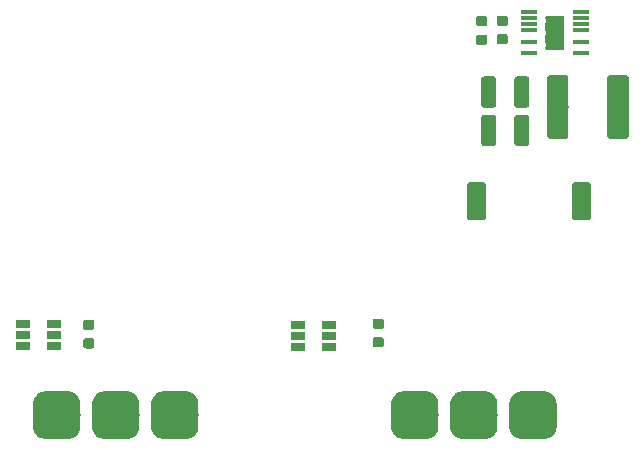
<source format=gbr>
G04 #@! TF.GenerationSoftware,KiCad,Pcbnew,5.1.4*
G04 #@! TF.CreationDate,2019-08-24T18:03:49-04:00*
G04 #@! TF.ProjectId,siot-gateway-particle,73696f74-2d67-4617-9465-7761792d7061,rev?*
G04 #@! TF.SameCoordinates,Original*
G04 #@! TF.FileFunction,Paste,Top*
G04 #@! TF.FilePolarity,Positive*
%FSLAX46Y46*%
G04 Gerber Fmt 4.6, Leading zero omitted, Abs format (unit mm)*
G04 Created by KiCad (PCBNEW 5.1.4) date 2019-08-24 18:03:49*
%MOMM*%
%LPD*%
G04 APERTURE LIST*
%ADD10C,0.100000*%
%ADD11C,4.000000*%
%ADD12R,0.650000X0.250000*%
%ADD13R,0.650000X0.800000*%
%ADD14R,1.650000X2.850000*%
%ADD15R,1.400000X0.300000*%
%ADD16C,1.250000*%
%ADD17C,0.875000*%
%ADD18C,1.600000*%
%ADD19C,1.800000*%
%ADD20R,1.220000X0.650000*%
G04 APERTURE END LIST*
D10*
G36*
X163498017Y-109764815D02*
G01*
X163595090Y-109779215D01*
X163690285Y-109803060D01*
X163782683Y-109836120D01*
X163871397Y-109878079D01*
X163955570Y-109928530D01*
X164034393Y-109986990D01*
X164107107Y-110052893D01*
X164173010Y-110125607D01*
X164231470Y-110204430D01*
X164281921Y-110288603D01*
X164323880Y-110377317D01*
X164356940Y-110469715D01*
X164380785Y-110564910D01*
X164395185Y-110661983D01*
X164400000Y-110760000D01*
X164400000Y-112760000D01*
X164395185Y-112858017D01*
X164380785Y-112955090D01*
X164356940Y-113050285D01*
X164323880Y-113142683D01*
X164281921Y-113231397D01*
X164231470Y-113315570D01*
X164173010Y-113394393D01*
X164107107Y-113467107D01*
X164034393Y-113533010D01*
X163955570Y-113591470D01*
X163871397Y-113641921D01*
X163782683Y-113683880D01*
X163690285Y-113716940D01*
X163595090Y-113740785D01*
X163498017Y-113755185D01*
X163400000Y-113760000D01*
X161400000Y-113760000D01*
X161301983Y-113755185D01*
X161204910Y-113740785D01*
X161109715Y-113716940D01*
X161017317Y-113683880D01*
X160928603Y-113641921D01*
X160844430Y-113591470D01*
X160765607Y-113533010D01*
X160692893Y-113467107D01*
X160626990Y-113394393D01*
X160568530Y-113315570D01*
X160518079Y-113231397D01*
X160476120Y-113142683D01*
X160443060Y-113050285D01*
X160419215Y-112955090D01*
X160404815Y-112858017D01*
X160400000Y-112760000D01*
X160400000Y-110760000D01*
X160404815Y-110661983D01*
X160419215Y-110564910D01*
X160443060Y-110469715D01*
X160476120Y-110377317D01*
X160518079Y-110288603D01*
X160568530Y-110204430D01*
X160626990Y-110125607D01*
X160692893Y-110052893D01*
X160765607Y-109986990D01*
X160844430Y-109928530D01*
X160928603Y-109878079D01*
X161017317Y-109836120D01*
X161109715Y-109803060D01*
X161204910Y-109779215D01*
X161301983Y-109764815D01*
X161400000Y-109760000D01*
X163400000Y-109760000D01*
X163498017Y-109764815D01*
X163498017Y-109764815D01*
G37*
D11*
X162400000Y-111760000D03*
D10*
G36*
X158498017Y-109764815D02*
G01*
X158595090Y-109779215D01*
X158690285Y-109803060D01*
X158782683Y-109836120D01*
X158871397Y-109878079D01*
X158955570Y-109928530D01*
X159034393Y-109986990D01*
X159107107Y-110052893D01*
X159173010Y-110125607D01*
X159231470Y-110204430D01*
X159281921Y-110288603D01*
X159323880Y-110377317D01*
X159356940Y-110469715D01*
X159380785Y-110564910D01*
X159395185Y-110661983D01*
X159400000Y-110760000D01*
X159400000Y-112760000D01*
X159395185Y-112858017D01*
X159380785Y-112955090D01*
X159356940Y-113050285D01*
X159323880Y-113142683D01*
X159281921Y-113231397D01*
X159231470Y-113315570D01*
X159173010Y-113394393D01*
X159107107Y-113467107D01*
X159034393Y-113533010D01*
X158955570Y-113591470D01*
X158871397Y-113641921D01*
X158782683Y-113683880D01*
X158690285Y-113716940D01*
X158595090Y-113740785D01*
X158498017Y-113755185D01*
X158400000Y-113760000D01*
X156400000Y-113760000D01*
X156301983Y-113755185D01*
X156204910Y-113740785D01*
X156109715Y-113716940D01*
X156017317Y-113683880D01*
X155928603Y-113641921D01*
X155844430Y-113591470D01*
X155765607Y-113533010D01*
X155692893Y-113467107D01*
X155626990Y-113394393D01*
X155568530Y-113315570D01*
X155518079Y-113231397D01*
X155476120Y-113142683D01*
X155443060Y-113050285D01*
X155419215Y-112955090D01*
X155404815Y-112858017D01*
X155400000Y-112760000D01*
X155400000Y-110760000D01*
X155404815Y-110661983D01*
X155419215Y-110564910D01*
X155443060Y-110469715D01*
X155476120Y-110377317D01*
X155518079Y-110288603D01*
X155568530Y-110204430D01*
X155626990Y-110125607D01*
X155692893Y-110052893D01*
X155765607Y-109986990D01*
X155844430Y-109928530D01*
X155928603Y-109878079D01*
X156017317Y-109836120D01*
X156109715Y-109803060D01*
X156204910Y-109779215D01*
X156301983Y-109764815D01*
X156400000Y-109760000D01*
X158400000Y-109760000D01*
X158498017Y-109764815D01*
X158498017Y-109764815D01*
G37*
D11*
X157400000Y-111760000D03*
D10*
G36*
X153498017Y-109764815D02*
G01*
X153595090Y-109779215D01*
X153690285Y-109803060D01*
X153782683Y-109836120D01*
X153871397Y-109878079D01*
X153955570Y-109928530D01*
X154034393Y-109986990D01*
X154107107Y-110052893D01*
X154173010Y-110125607D01*
X154231470Y-110204430D01*
X154281921Y-110288603D01*
X154323880Y-110377317D01*
X154356940Y-110469715D01*
X154380785Y-110564910D01*
X154395185Y-110661983D01*
X154400000Y-110760000D01*
X154400000Y-112760000D01*
X154395185Y-112858017D01*
X154380785Y-112955090D01*
X154356940Y-113050285D01*
X154323880Y-113142683D01*
X154281921Y-113231397D01*
X154231470Y-113315570D01*
X154173010Y-113394393D01*
X154107107Y-113467107D01*
X154034393Y-113533010D01*
X153955570Y-113591470D01*
X153871397Y-113641921D01*
X153782683Y-113683880D01*
X153690285Y-113716940D01*
X153595090Y-113740785D01*
X153498017Y-113755185D01*
X153400000Y-113760000D01*
X151400000Y-113760000D01*
X151301983Y-113755185D01*
X151204910Y-113740785D01*
X151109715Y-113716940D01*
X151017317Y-113683880D01*
X150928603Y-113641921D01*
X150844430Y-113591470D01*
X150765607Y-113533010D01*
X150692893Y-113467107D01*
X150626990Y-113394393D01*
X150568530Y-113315570D01*
X150518079Y-113231397D01*
X150476120Y-113142683D01*
X150443060Y-113050285D01*
X150419215Y-112955090D01*
X150404815Y-112858017D01*
X150400000Y-112760000D01*
X150400000Y-110760000D01*
X150404815Y-110661983D01*
X150419215Y-110564910D01*
X150443060Y-110469715D01*
X150476120Y-110377317D01*
X150518079Y-110288603D01*
X150568530Y-110204430D01*
X150626990Y-110125607D01*
X150692893Y-110052893D01*
X150765607Y-109986990D01*
X150844430Y-109928530D01*
X150928603Y-109878079D01*
X151017317Y-109836120D01*
X151109715Y-109803060D01*
X151204910Y-109779215D01*
X151301983Y-109764815D01*
X151400000Y-109760000D01*
X153400000Y-109760000D01*
X153498017Y-109764815D01*
X153498017Y-109764815D01*
G37*
D11*
X152400000Y-111760000D03*
D10*
G36*
X133178017Y-109764815D02*
G01*
X133275090Y-109779215D01*
X133370285Y-109803060D01*
X133462683Y-109836120D01*
X133551397Y-109878079D01*
X133635570Y-109928530D01*
X133714393Y-109986990D01*
X133787107Y-110052893D01*
X133853010Y-110125607D01*
X133911470Y-110204430D01*
X133961921Y-110288603D01*
X134003880Y-110377317D01*
X134036940Y-110469715D01*
X134060785Y-110564910D01*
X134075185Y-110661983D01*
X134080000Y-110760000D01*
X134080000Y-112760000D01*
X134075185Y-112858017D01*
X134060785Y-112955090D01*
X134036940Y-113050285D01*
X134003880Y-113142683D01*
X133961921Y-113231397D01*
X133911470Y-113315570D01*
X133853010Y-113394393D01*
X133787107Y-113467107D01*
X133714393Y-113533010D01*
X133635570Y-113591470D01*
X133551397Y-113641921D01*
X133462683Y-113683880D01*
X133370285Y-113716940D01*
X133275090Y-113740785D01*
X133178017Y-113755185D01*
X133080000Y-113760000D01*
X131080000Y-113760000D01*
X130981983Y-113755185D01*
X130884910Y-113740785D01*
X130789715Y-113716940D01*
X130697317Y-113683880D01*
X130608603Y-113641921D01*
X130524430Y-113591470D01*
X130445607Y-113533010D01*
X130372893Y-113467107D01*
X130306990Y-113394393D01*
X130248530Y-113315570D01*
X130198079Y-113231397D01*
X130156120Y-113142683D01*
X130123060Y-113050285D01*
X130099215Y-112955090D01*
X130084815Y-112858017D01*
X130080000Y-112760000D01*
X130080000Y-110760000D01*
X130084815Y-110661983D01*
X130099215Y-110564910D01*
X130123060Y-110469715D01*
X130156120Y-110377317D01*
X130198079Y-110288603D01*
X130248530Y-110204430D01*
X130306990Y-110125607D01*
X130372893Y-110052893D01*
X130445607Y-109986990D01*
X130524430Y-109928530D01*
X130608603Y-109878079D01*
X130697317Y-109836120D01*
X130789715Y-109803060D01*
X130884910Y-109779215D01*
X130981983Y-109764815D01*
X131080000Y-109760000D01*
X133080000Y-109760000D01*
X133178017Y-109764815D01*
X133178017Y-109764815D01*
G37*
D11*
X132080000Y-111760000D03*
D10*
G36*
X128178017Y-109764815D02*
G01*
X128275090Y-109779215D01*
X128370285Y-109803060D01*
X128462683Y-109836120D01*
X128551397Y-109878079D01*
X128635570Y-109928530D01*
X128714393Y-109986990D01*
X128787107Y-110052893D01*
X128853010Y-110125607D01*
X128911470Y-110204430D01*
X128961921Y-110288603D01*
X129003880Y-110377317D01*
X129036940Y-110469715D01*
X129060785Y-110564910D01*
X129075185Y-110661983D01*
X129080000Y-110760000D01*
X129080000Y-112760000D01*
X129075185Y-112858017D01*
X129060785Y-112955090D01*
X129036940Y-113050285D01*
X129003880Y-113142683D01*
X128961921Y-113231397D01*
X128911470Y-113315570D01*
X128853010Y-113394393D01*
X128787107Y-113467107D01*
X128714393Y-113533010D01*
X128635570Y-113591470D01*
X128551397Y-113641921D01*
X128462683Y-113683880D01*
X128370285Y-113716940D01*
X128275090Y-113740785D01*
X128178017Y-113755185D01*
X128080000Y-113760000D01*
X126080000Y-113760000D01*
X125981983Y-113755185D01*
X125884910Y-113740785D01*
X125789715Y-113716940D01*
X125697317Y-113683880D01*
X125608603Y-113641921D01*
X125524430Y-113591470D01*
X125445607Y-113533010D01*
X125372893Y-113467107D01*
X125306990Y-113394393D01*
X125248530Y-113315570D01*
X125198079Y-113231397D01*
X125156120Y-113142683D01*
X125123060Y-113050285D01*
X125099215Y-112955090D01*
X125084815Y-112858017D01*
X125080000Y-112760000D01*
X125080000Y-110760000D01*
X125084815Y-110661983D01*
X125099215Y-110564910D01*
X125123060Y-110469715D01*
X125156120Y-110377317D01*
X125198079Y-110288603D01*
X125248530Y-110204430D01*
X125306990Y-110125607D01*
X125372893Y-110052893D01*
X125445607Y-109986990D01*
X125524430Y-109928530D01*
X125608603Y-109878079D01*
X125697317Y-109836120D01*
X125789715Y-109803060D01*
X125884910Y-109779215D01*
X125981983Y-109764815D01*
X126080000Y-109760000D01*
X128080000Y-109760000D01*
X128178017Y-109764815D01*
X128178017Y-109764815D01*
G37*
D11*
X127080000Y-111760000D03*
D10*
G36*
X123178017Y-109764815D02*
G01*
X123275090Y-109779215D01*
X123370285Y-109803060D01*
X123462683Y-109836120D01*
X123551397Y-109878079D01*
X123635570Y-109928530D01*
X123714393Y-109986990D01*
X123787107Y-110052893D01*
X123853010Y-110125607D01*
X123911470Y-110204430D01*
X123961921Y-110288603D01*
X124003880Y-110377317D01*
X124036940Y-110469715D01*
X124060785Y-110564910D01*
X124075185Y-110661983D01*
X124080000Y-110760000D01*
X124080000Y-112760000D01*
X124075185Y-112858017D01*
X124060785Y-112955090D01*
X124036940Y-113050285D01*
X124003880Y-113142683D01*
X123961921Y-113231397D01*
X123911470Y-113315570D01*
X123853010Y-113394393D01*
X123787107Y-113467107D01*
X123714393Y-113533010D01*
X123635570Y-113591470D01*
X123551397Y-113641921D01*
X123462683Y-113683880D01*
X123370285Y-113716940D01*
X123275090Y-113740785D01*
X123178017Y-113755185D01*
X123080000Y-113760000D01*
X121080000Y-113760000D01*
X120981983Y-113755185D01*
X120884910Y-113740785D01*
X120789715Y-113716940D01*
X120697317Y-113683880D01*
X120608603Y-113641921D01*
X120524430Y-113591470D01*
X120445607Y-113533010D01*
X120372893Y-113467107D01*
X120306990Y-113394393D01*
X120248530Y-113315570D01*
X120198079Y-113231397D01*
X120156120Y-113142683D01*
X120123060Y-113050285D01*
X120099215Y-112955090D01*
X120084815Y-112858017D01*
X120080000Y-112760000D01*
X120080000Y-110760000D01*
X120084815Y-110661983D01*
X120099215Y-110564910D01*
X120123060Y-110469715D01*
X120156120Y-110377317D01*
X120198079Y-110288603D01*
X120248530Y-110204430D01*
X120306990Y-110125607D01*
X120372893Y-110052893D01*
X120445607Y-109986990D01*
X120524430Y-109928530D01*
X120608603Y-109878079D01*
X120697317Y-109836120D01*
X120789715Y-109803060D01*
X120884910Y-109779215D01*
X120981983Y-109764815D01*
X121080000Y-109760000D01*
X123080000Y-109760000D01*
X123178017Y-109764815D01*
X123178017Y-109764815D01*
G37*
D11*
X122080000Y-111760000D03*
D12*
X163792000Y-80648000D03*
X164692000Y-80648000D03*
X164692000Y-78148000D03*
X163792000Y-78148000D03*
D13*
X163792000Y-78898000D03*
X164692000Y-78898000D03*
X164692000Y-79898000D03*
X163792000Y-79898000D03*
D14*
X164242000Y-79398000D03*
D15*
X162042000Y-77648000D03*
X162042000Y-78148000D03*
X162042000Y-78648000D03*
X166442000Y-77648000D03*
X166442000Y-78148000D03*
X166442000Y-78648000D03*
X162042000Y-81148000D03*
X162042000Y-80148000D03*
X162042000Y-79148000D03*
X166442000Y-79148000D03*
X166442000Y-80148000D03*
X166442000Y-81148000D03*
D10*
G36*
X161859504Y-83086204D02*
G01*
X161883773Y-83089804D01*
X161907571Y-83095765D01*
X161930671Y-83104030D01*
X161952849Y-83114520D01*
X161973893Y-83127133D01*
X161993598Y-83141747D01*
X162011777Y-83158223D01*
X162028253Y-83176402D01*
X162042867Y-83196107D01*
X162055480Y-83217151D01*
X162065970Y-83239329D01*
X162074235Y-83262429D01*
X162080196Y-83286227D01*
X162083796Y-83310496D01*
X162085000Y-83335000D01*
X162085000Y-85485000D01*
X162083796Y-85509504D01*
X162080196Y-85533773D01*
X162074235Y-85557571D01*
X162065970Y-85580671D01*
X162055480Y-85602849D01*
X162042867Y-85623893D01*
X162028253Y-85643598D01*
X162011777Y-85661777D01*
X161993598Y-85678253D01*
X161973893Y-85692867D01*
X161952849Y-85705480D01*
X161930671Y-85715970D01*
X161907571Y-85724235D01*
X161883773Y-85730196D01*
X161859504Y-85733796D01*
X161835000Y-85735000D01*
X161085000Y-85735000D01*
X161060496Y-85733796D01*
X161036227Y-85730196D01*
X161012429Y-85724235D01*
X160989329Y-85715970D01*
X160967151Y-85705480D01*
X160946107Y-85692867D01*
X160926402Y-85678253D01*
X160908223Y-85661777D01*
X160891747Y-85643598D01*
X160877133Y-85623893D01*
X160864520Y-85602849D01*
X160854030Y-85580671D01*
X160845765Y-85557571D01*
X160839804Y-85533773D01*
X160836204Y-85509504D01*
X160835000Y-85485000D01*
X160835000Y-83335000D01*
X160836204Y-83310496D01*
X160839804Y-83286227D01*
X160845765Y-83262429D01*
X160854030Y-83239329D01*
X160864520Y-83217151D01*
X160877133Y-83196107D01*
X160891747Y-83176402D01*
X160908223Y-83158223D01*
X160926402Y-83141747D01*
X160946107Y-83127133D01*
X160967151Y-83114520D01*
X160989329Y-83104030D01*
X161012429Y-83095765D01*
X161036227Y-83089804D01*
X161060496Y-83086204D01*
X161085000Y-83085000D01*
X161835000Y-83085000D01*
X161859504Y-83086204D01*
X161859504Y-83086204D01*
G37*
D16*
X161460000Y-84410000D03*
D10*
G36*
X159059504Y-83086204D02*
G01*
X159083773Y-83089804D01*
X159107571Y-83095765D01*
X159130671Y-83104030D01*
X159152849Y-83114520D01*
X159173893Y-83127133D01*
X159193598Y-83141747D01*
X159211777Y-83158223D01*
X159228253Y-83176402D01*
X159242867Y-83196107D01*
X159255480Y-83217151D01*
X159265970Y-83239329D01*
X159274235Y-83262429D01*
X159280196Y-83286227D01*
X159283796Y-83310496D01*
X159285000Y-83335000D01*
X159285000Y-85485000D01*
X159283796Y-85509504D01*
X159280196Y-85533773D01*
X159274235Y-85557571D01*
X159265970Y-85580671D01*
X159255480Y-85602849D01*
X159242867Y-85623893D01*
X159228253Y-85643598D01*
X159211777Y-85661777D01*
X159193598Y-85678253D01*
X159173893Y-85692867D01*
X159152849Y-85705480D01*
X159130671Y-85715970D01*
X159107571Y-85724235D01*
X159083773Y-85730196D01*
X159059504Y-85733796D01*
X159035000Y-85735000D01*
X158285000Y-85735000D01*
X158260496Y-85733796D01*
X158236227Y-85730196D01*
X158212429Y-85724235D01*
X158189329Y-85715970D01*
X158167151Y-85705480D01*
X158146107Y-85692867D01*
X158126402Y-85678253D01*
X158108223Y-85661777D01*
X158091747Y-85643598D01*
X158077133Y-85623893D01*
X158064520Y-85602849D01*
X158054030Y-85580671D01*
X158045765Y-85557571D01*
X158039804Y-85533773D01*
X158036204Y-85509504D01*
X158035000Y-85485000D01*
X158035000Y-83335000D01*
X158036204Y-83310496D01*
X158039804Y-83286227D01*
X158045765Y-83262429D01*
X158054030Y-83239329D01*
X158064520Y-83217151D01*
X158077133Y-83196107D01*
X158091747Y-83176402D01*
X158108223Y-83158223D01*
X158126402Y-83141747D01*
X158146107Y-83127133D01*
X158167151Y-83114520D01*
X158189329Y-83104030D01*
X158212429Y-83095765D01*
X158236227Y-83089804D01*
X158260496Y-83086204D01*
X158285000Y-83085000D01*
X159035000Y-83085000D01*
X159059504Y-83086204D01*
X159059504Y-83086204D01*
G37*
D16*
X158660000Y-84410000D03*
D10*
G36*
X160087691Y-79511053D02*
G01*
X160108926Y-79514203D01*
X160129750Y-79519419D01*
X160149962Y-79526651D01*
X160169368Y-79535830D01*
X160187781Y-79546866D01*
X160205024Y-79559654D01*
X160220930Y-79574070D01*
X160235346Y-79589976D01*
X160248134Y-79607219D01*
X160259170Y-79625632D01*
X160268349Y-79645038D01*
X160275581Y-79665250D01*
X160280797Y-79686074D01*
X160283947Y-79707309D01*
X160285000Y-79728750D01*
X160285000Y-80166250D01*
X160283947Y-80187691D01*
X160280797Y-80208926D01*
X160275581Y-80229750D01*
X160268349Y-80249962D01*
X160259170Y-80269368D01*
X160248134Y-80287781D01*
X160235346Y-80305024D01*
X160220930Y-80320930D01*
X160205024Y-80335346D01*
X160187781Y-80348134D01*
X160169368Y-80359170D01*
X160149962Y-80368349D01*
X160129750Y-80375581D01*
X160108926Y-80380797D01*
X160087691Y-80383947D01*
X160066250Y-80385000D01*
X159553750Y-80385000D01*
X159532309Y-80383947D01*
X159511074Y-80380797D01*
X159490250Y-80375581D01*
X159470038Y-80368349D01*
X159450632Y-80359170D01*
X159432219Y-80348134D01*
X159414976Y-80335346D01*
X159399070Y-80320930D01*
X159384654Y-80305024D01*
X159371866Y-80287781D01*
X159360830Y-80269368D01*
X159351651Y-80249962D01*
X159344419Y-80229750D01*
X159339203Y-80208926D01*
X159336053Y-80187691D01*
X159335000Y-80166250D01*
X159335000Y-79728750D01*
X159336053Y-79707309D01*
X159339203Y-79686074D01*
X159344419Y-79665250D01*
X159351651Y-79645038D01*
X159360830Y-79625632D01*
X159371866Y-79607219D01*
X159384654Y-79589976D01*
X159399070Y-79574070D01*
X159414976Y-79559654D01*
X159432219Y-79546866D01*
X159450632Y-79535830D01*
X159470038Y-79526651D01*
X159490250Y-79519419D01*
X159511074Y-79514203D01*
X159532309Y-79511053D01*
X159553750Y-79510000D01*
X160066250Y-79510000D01*
X160087691Y-79511053D01*
X160087691Y-79511053D01*
G37*
D17*
X159810000Y-79947500D03*
D10*
G36*
X160087691Y-77936053D02*
G01*
X160108926Y-77939203D01*
X160129750Y-77944419D01*
X160149962Y-77951651D01*
X160169368Y-77960830D01*
X160187781Y-77971866D01*
X160205024Y-77984654D01*
X160220930Y-77999070D01*
X160235346Y-78014976D01*
X160248134Y-78032219D01*
X160259170Y-78050632D01*
X160268349Y-78070038D01*
X160275581Y-78090250D01*
X160280797Y-78111074D01*
X160283947Y-78132309D01*
X160285000Y-78153750D01*
X160285000Y-78591250D01*
X160283947Y-78612691D01*
X160280797Y-78633926D01*
X160275581Y-78654750D01*
X160268349Y-78674962D01*
X160259170Y-78694368D01*
X160248134Y-78712781D01*
X160235346Y-78730024D01*
X160220930Y-78745930D01*
X160205024Y-78760346D01*
X160187781Y-78773134D01*
X160169368Y-78784170D01*
X160149962Y-78793349D01*
X160129750Y-78800581D01*
X160108926Y-78805797D01*
X160087691Y-78808947D01*
X160066250Y-78810000D01*
X159553750Y-78810000D01*
X159532309Y-78808947D01*
X159511074Y-78805797D01*
X159490250Y-78800581D01*
X159470038Y-78793349D01*
X159450632Y-78784170D01*
X159432219Y-78773134D01*
X159414976Y-78760346D01*
X159399070Y-78745930D01*
X159384654Y-78730024D01*
X159371866Y-78712781D01*
X159360830Y-78694368D01*
X159351651Y-78674962D01*
X159344419Y-78654750D01*
X159339203Y-78633926D01*
X159336053Y-78612691D01*
X159335000Y-78591250D01*
X159335000Y-78153750D01*
X159336053Y-78132309D01*
X159339203Y-78111074D01*
X159344419Y-78090250D01*
X159351651Y-78070038D01*
X159360830Y-78050632D01*
X159371866Y-78032219D01*
X159384654Y-78014976D01*
X159399070Y-77999070D01*
X159414976Y-77984654D01*
X159432219Y-77971866D01*
X159450632Y-77960830D01*
X159470038Y-77951651D01*
X159490250Y-77944419D01*
X159511074Y-77939203D01*
X159532309Y-77936053D01*
X159553750Y-77935000D01*
X160066250Y-77935000D01*
X160087691Y-77936053D01*
X160087691Y-77936053D01*
G37*
D17*
X159810000Y-78372500D03*
D10*
G36*
X161859504Y-86336204D02*
G01*
X161883773Y-86339804D01*
X161907571Y-86345765D01*
X161930671Y-86354030D01*
X161952849Y-86364520D01*
X161973893Y-86377133D01*
X161993598Y-86391747D01*
X162011777Y-86408223D01*
X162028253Y-86426402D01*
X162042867Y-86446107D01*
X162055480Y-86467151D01*
X162065970Y-86489329D01*
X162074235Y-86512429D01*
X162080196Y-86536227D01*
X162083796Y-86560496D01*
X162085000Y-86585000D01*
X162085000Y-88735000D01*
X162083796Y-88759504D01*
X162080196Y-88783773D01*
X162074235Y-88807571D01*
X162065970Y-88830671D01*
X162055480Y-88852849D01*
X162042867Y-88873893D01*
X162028253Y-88893598D01*
X162011777Y-88911777D01*
X161993598Y-88928253D01*
X161973893Y-88942867D01*
X161952849Y-88955480D01*
X161930671Y-88965970D01*
X161907571Y-88974235D01*
X161883773Y-88980196D01*
X161859504Y-88983796D01*
X161835000Y-88985000D01*
X161085000Y-88985000D01*
X161060496Y-88983796D01*
X161036227Y-88980196D01*
X161012429Y-88974235D01*
X160989329Y-88965970D01*
X160967151Y-88955480D01*
X160946107Y-88942867D01*
X160926402Y-88928253D01*
X160908223Y-88911777D01*
X160891747Y-88893598D01*
X160877133Y-88873893D01*
X160864520Y-88852849D01*
X160854030Y-88830671D01*
X160845765Y-88807571D01*
X160839804Y-88783773D01*
X160836204Y-88759504D01*
X160835000Y-88735000D01*
X160835000Y-86585000D01*
X160836204Y-86560496D01*
X160839804Y-86536227D01*
X160845765Y-86512429D01*
X160854030Y-86489329D01*
X160864520Y-86467151D01*
X160877133Y-86446107D01*
X160891747Y-86426402D01*
X160908223Y-86408223D01*
X160926402Y-86391747D01*
X160946107Y-86377133D01*
X160967151Y-86364520D01*
X160989329Y-86354030D01*
X161012429Y-86345765D01*
X161036227Y-86339804D01*
X161060496Y-86336204D01*
X161085000Y-86335000D01*
X161835000Y-86335000D01*
X161859504Y-86336204D01*
X161859504Y-86336204D01*
G37*
D16*
X161460000Y-87660000D03*
D10*
G36*
X159059504Y-86336204D02*
G01*
X159083773Y-86339804D01*
X159107571Y-86345765D01*
X159130671Y-86354030D01*
X159152849Y-86364520D01*
X159173893Y-86377133D01*
X159193598Y-86391747D01*
X159211777Y-86408223D01*
X159228253Y-86426402D01*
X159242867Y-86446107D01*
X159255480Y-86467151D01*
X159265970Y-86489329D01*
X159274235Y-86512429D01*
X159280196Y-86536227D01*
X159283796Y-86560496D01*
X159285000Y-86585000D01*
X159285000Y-88735000D01*
X159283796Y-88759504D01*
X159280196Y-88783773D01*
X159274235Y-88807571D01*
X159265970Y-88830671D01*
X159255480Y-88852849D01*
X159242867Y-88873893D01*
X159228253Y-88893598D01*
X159211777Y-88911777D01*
X159193598Y-88928253D01*
X159173893Y-88942867D01*
X159152849Y-88955480D01*
X159130671Y-88965970D01*
X159107571Y-88974235D01*
X159083773Y-88980196D01*
X159059504Y-88983796D01*
X159035000Y-88985000D01*
X158285000Y-88985000D01*
X158260496Y-88983796D01*
X158236227Y-88980196D01*
X158212429Y-88974235D01*
X158189329Y-88965970D01*
X158167151Y-88955480D01*
X158146107Y-88942867D01*
X158126402Y-88928253D01*
X158108223Y-88911777D01*
X158091747Y-88893598D01*
X158077133Y-88873893D01*
X158064520Y-88852849D01*
X158054030Y-88830671D01*
X158045765Y-88807571D01*
X158039804Y-88783773D01*
X158036204Y-88759504D01*
X158035000Y-88735000D01*
X158035000Y-86585000D01*
X158036204Y-86560496D01*
X158039804Y-86536227D01*
X158045765Y-86512429D01*
X158054030Y-86489329D01*
X158064520Y-86467151D01*
X158077133Y-86446107D01*
X158091747Y-86426402D01*
X158108223Y-86408223D01*
X158126402Y-86391747D01*
X158146107Y-86377133D01*
X158167151Y-86364520D01*
X158189329Y-86354030D01*
X158212429Y-86345765D01*
X158236227Y-86339804D01*
X158260496Y-86336204D01*
X158285000Y-86335000D01*
X159035000Y-86335000D01*
X159059504Y-86336204D01*
X159059504Y-86336204D01*
G37*
D16*
X158660000Y-87660000D03*
D10*
G36*
X158337691Y-79548553D02*
G01*
X158358926Y-79551703D01*
X158379750Y-79556919D01*
X158399962Y-79564151D01*
X158419368Y-79573330D01*
X158437781Y-79584366D01*
X158455024Y-79597154D01*
X158470930Y-79611570D01*
X158485346Y-79627476D01*
X158498134Y-79644719D01*
X158509170Y-79663132D01*
X158518349Y-79682538D01*
X158525581Y-79702750D01*
X158530797Y-79723574D01*
X158533947Y-79744809D01*
X158535000Y-79766250D01*
X158535000Y-80203750D01*
X158533947Y-80225191D01*
X158530797Y-80246426D01*
X158525581Y-80267250D01*
X158518349Y-80287462D01*
X158509170Y-80306868D01*
X158498134Y-80325281D01*
X158485346Y-80342524D01*
X158470930Y-80358430D01*
X158455024Y-80372846D01*
X158437781Y-80385634D01*
X158419368Y-80396670D01*
X158399962Y-80405849D01*
X158379750Y-80413081D01*
X158358926Y-80418297D01*
X158337691Y-80421447D01*
X158316250Y-80422500D01*
X157803750Y-80422500D01*
X157782309Y-80421447D01*
X157761074Y-80418297D01*
X157740250Y-80413081D01*
X157720038Y-80405849D01*
X157700632Y-80396670D01*
X157682219Y-80385634D01*
X157664976Y-80372846D01*
X157649070Y-80358430D01*
X157634654Y-80342524D01*
X157621866Y-80325281D01*
X157610830Y-80306868D01*
X157601651Y-80287462D01*
X157594419Y-80267250D01*
X157589203Y-80246426D01*
X157586053Y-80225191D01*
X157585000Y-80203750D01*
X157585000Y-79766250D01*
X157586053Y-79744809D01*
X157589203Y-79723574D01*
X157594419Y-79702750D01*
X157601651Y-79682538D01*
X157610830Y-79663132D01*
X157621866Y-79644719D01*
X157634654Y-79627476D01*
X157649070Y-79611570D01*
X157664976Y-79597154D01*
X157682219Y-79584366D01*
X157700632Y-79573330D01*
X157720038Y-79564151D01*
X157740250Y-79556919D01*
X157761074Y-79551703D01*
X157782309Y-79548553D01*
X157803750Y-79547500D01*
X158316250Y-79547500D01*
X158337691Y-79548553D01*
X158337691Y-79548553D01*
G37*
D17*
X158060000Y-79985000D03*
D10*
G36*
X158337691Y-77973553D02*
G01*
X158358926Y-77976703D01*
X158379750Y-77981919D01*
X158399962Y-77989151D01*
X158419368Y-77998330D01*
X158437781Y-78009366D01*
X158455024Y-78022154D01*
X158470930Y-78036570D01*
X158485346Y-78052476D01*
X158498134Y-78069719D01*
X158509170Y-78088132D01*
X158518349Y-78107538D01*
X158525581Y-78127750D01*
X158530797Y-78148574D01*
X158533947Y-78169809D01*
X158535000Y-78191250D01*
X158535000Y-78628750D01*
X158533947Y-78650191D01*
X158530797Y-78671426D01*
X158525581Y-78692250D01*
X158518349Y-78712462D01*
X158509170Y-78731868D01*
X158498134Y-78750281D01*
X158485346Y-78767524D01*
X158470930Y-78783430D01*
X158455024Y-78797846D01*
X158437781Y-78810634D01*
X158419368Y-78821670D01*
X158399962Y-78830849D01*
X158379750Y-78838081D01*
X158358926Y-78843297D01*
X158337691Y-78846447D01*
X158316250Y-78847500D01*
X157803750Y-78847500D01*
X157782309Y-78846447D01*
X157761074Y-78843297D01*
X157740250Y-78838081D01*
X157720038Y-78830849D01*
X157700632Y-78821670D01*
X157682219Y-78810634D01*
X157664976Y-78797846D01*
X157649070Y-78783430D01*
X157634654Y-78767524D01*
X157621866Y-78750281D01*
X157610830Y-78731868D01*
X157601651Y-78712462D01*
X157594419Y-78692250D01*
X157589203Y-78671426D01*
X157586053Y-78650191D01*
X157585000Y-78628750D01*
X157585000Y-78191250D01*
X157586053Y-78169809D01*
X157589203Y-78148574D01*
X157594419Y-78127750D01*
X157601651Y-78107538D01*
X157610830Y-78088132D01*
X157621866Y-78069719D01*
X157634654Y-78052476D01*
X157649070Y-78036570D01*
X157664976Y-78022154D01*
X157682219Y-78009366D01*
X157700632Y-77998330D01*
X157720038Y-77989151D01*
X157740250Y-77981919D01*
X157761074Y-77976703D01*
X157782309Y-77973553D01*
X157803750Y-77972500D01*
X158316250Y-77972500D01*
X158337691Y-77973553D01*
X158337691Y-77973553D01*
G37*
D17*
X158060000Y-78410000D03*
D10*
G36*
X158193524Y-92061156D02*
G01*
X158216822Y-92064612D01*
X158239668Y-92070334D01*
X158261844Y-92078269D01*
X158283135Y-92088339D01*
X158303337Y-92100447D01*
X158322254Y-92114477D01*
X158339706Y-92130294D01*
X158355523Y-92147746D01*
X158369553Y-92166663D01*
X158381661Y-92186865D01*
X158391731Y-92208156D01*
X158399666Y-92230332D01*
X158405388Y-92253178D01*
X158408844Y-92276476D01*
X158410000Y-92300000D01*
X158410000Y-95020000D01*
X158408844Y-95043524D01*
X158405388Y-95066822D01*
X158399666Y-95089668D01*
X158391731Y-95111844D01*
X158381661Y-95133135D01*
X158369553Y-95153337D01*
X158355523Y-95172254D01*
X158339706Y-95189706D01*
X158322254Y-95205523D01*
X158303337Y-95219553D01*
X158283135Y-95231661D01*
X158261844Y-95241731D01*
X158239668Y-95249666D01*
X158216822Y-95255388D01*
X158193524Y-95258844D01*
X158170000Y-95260000D01*
X157050000Y-95260000D01*
X157026476Y-95258844D01*
X157003178Y-95255388D01*
X156980332Y-95249666D01*
X156958156Y-95241731D01*
X156936865Y-95231661D01*
X156916663Y-95219553D01*
X156897746Y-95205523D01*
X156880294Y-95189706D01*
X156864477Y-95172254D01*
X156850447Y-95153337D01*
X156838339Y-95133135D01*
X156828269Y-95111844D01*
X156820334Y-95089668D01*
X156814612Y-95066822D01*
X156811156Y-95043524D01*
X156810000Y-95020000D01*
X156810000Y-92300000D01*
X156811156Y-92276476D01*
X156814612Y-92253178D01*
X156820334Y-92230332D01*
X156828269Y-92208156D01*
X156838339Y-92186865D01*
X156850447Y-92166663D01*
X156864477Y-92147746D01*
X156880294Y-92130294D01*
X156897746Y-92114477D01*
X156916663Y-92100447D01*
X156936865Y-92088339D01*
X156958156Y-92078269D01*
X156980332Y-92070334D01*
X157003178Y-92064612D01*
X157026476Y-92061156D01*
X157050000Y-92060000D01*
X158170000Y-92060000D01*
X158193524Y-92061156D01*
X158193524Y-92061156D01*
G37*
D18*
X157610000Y-93660000D03*
D10*
G36*
X167093524Y-92061156D02*
G01*
X167116822Y-92064612D01*
X167139668Y-92070334D01*
X167161844Y-92078269D01*
X167183135Y-92088339D01*
X167203337Y-92100447D01*
X167222254Y-92114477D01*
X167239706Y-92130294D01*
X167255523Y-92147746D01*
X167269553Y-92166663D01*
X167281661Y-92186865D01*
X167291731Y-92208156D01*
X167299666Y-92230332D01*
X167305388Y-92253178D01*
X167308844Y-92276476D01*
X167310000Y-92300000D01*
X167310000Y-95020000D01*
X167308844Y-95043524D01*
X167305388Y-95066822D01*
X167299666Y-95089668D01*
X167291731Y-95111844D01*
X167281661Y-95133135D01*
X167269553Y-95153337D01*
X167255523Y-95172254D01*
X167239706Y-95189706D01*
X167222254Y-95205523D01*
X167203337Y-95219553D01*
X167183135Y-95231661D01*
X167161844Y-95241731D01*
X167139668Y-95249666D01*
X167116822Y-95255388D01*
X167093524Y-95258844D01*
X167070000Y-95260000D01*
X165950000Y-95260000D01*
X165926476Y-95258844D01*
X165903178Y-95255388D01*
X165880332Y-95249666D01*
X165858156Y-95241731D01*
X165836865Y-95231661D01*
X165816663Y-95219553D01*
X165797746Y-95205523D01*
X165780294Y-95189706D01*
X165764477Y-95172254D01*
X165750447Y-95153337D01*
X165738339Y-95133135D01*
X165728269Y-95111844D01*
X165720334Y-95089668D01*
X165714612Y-95066822D01*
X165711156Y-95043524D01*
X165710000Y-95020000D01*
X165710000Y-92300000D01*
X165711156Y-92276476D01*
X165714612Y-92253178D01*
X165720334Y-92230332D01*
X165728269Y-92208156D01*
X165738339Y-92186865D01*
X165750447Y-92166663D01*
X165764477Y-92147746D01*
X165780294Y-92130294D01*
X165797746Y-92114477D01*
X165816663Y-92100447D01*
X165836865Y-92088339D01*
X165858156Y-92078269D01*
X165880332Y-92070334D01*
X165903178Y-92064612D01*
X165926476Y-92061156D01*
X165950000Y-92060000D01*
X167070000Y-92060000D01*
X167093524Y-92061156D01*
X167093524Y-92061156D01*
G37*
D18*
X166510000Y-93660000D03*
D10*
G36*
X165184504Y-82961204D02*
G01*
X165208773Y-82964804D01*
X165232571Y-82970765D01*
X165255671Y-82979030D01*
X165277849Y-82989520D01*
X165298893Y-83002133D01*
X165318598Y-83016747D01*
X165336777Y-83033223D01*
X165353253Y-83051402D01*
X165367867Y-83071107D01*
X165380480Y-83092151D01*
X165390970Y-83114329D01*
X165399235Y-83137429D01*
X165405196Y-83161227D01*
X165408796Y-83185496D01*
X165410000Y-83210000D01*
X165410000Y-88110000D01*
X165408796Y-88134504D01*
X165405196Y-88158773D01*
X165399235Y-88182571D01*
X165390970Y-88205671D01*
X165380480Y-88227849D01*
X165367867Y-88248893D01*
X165353253Y-88268598D01*
X165336777Y-88286777D01*
X165318598Y-88303253D01*
X165298893Y-88317867D01*
X165277849Y-88330480D01*
X165255671Y-88340970D01*
X165232571Y-88349235D01*
X165208773Y-88355196D01*
X165184504Y-88358796D01*
X165160000Y-88360000D01*
X163860000Y-88360000D01*
X163835496Y-88358796D01*
X163811227Y-88355196D01*
X163787429Y-88349235D01*
X163764329Y-88340970D01*
X163742151Y-88330480D01*
X163721107Y-88317867D01*
X163701402Y-88303253D01*
X163683223Y-88286777D01*
X163666747Y-88268598D01*
X163652133Y-88248893D01*
X163639520Y-88227849D01*
X163629030Y-88205671D01*
X163620765Y-88182571D01*
X163614804Y-88158773D01*
X163611204Y-88134504D01*
X163610000Y-88110000D01*
X163610000Y-83210000D01*
X163611204Y-83185496D01*
X163614804Y-83161227D01*
X163620765Y-83137429D01*
X163629030Y-83114329D01*
X163639520Y-83092151D01*
X163652133Y-83071107D01*
X163666747Y-83051402D01*
X163683223Y-83033223D01*
X163701402Y-83016747D01*
X163721107Y-83002133D01*
X163742151Y-82989520D01*
X163764329Y-82979030D01*
X163787429Y-82970765D01*
X163811227Y-82964804D01*
X163835496Y-82961204D01*
X163860000Y-82960000D01*
X165160000Y-82960000D01*
X165184504Y-82961204D01*
X165184504Y-82961204D01*
G37*
D19*
X164510000Y-85660000D03*
D10*
G36*
X170284504Y-82961204D02*
G01*
X170308773Y-82964804D01*
X170332571Y-82970765D01*
X170355671Y-82979030D01*
X170377849Y-82989520D01*
X170398893Y-83002133D01*
X170418598Y-83016747D01*
X170436777Y-83033223D01*
X170453253Y-83051402D01*
X170467867Y-83071107D01*
X170480480Y-83092151D01*
X170490970Y-83114329D01*
X170499235Y-83137429D01*
X170505196Y-83161227D01*
X170508796Y-83185496D01*
X170510000Y-83210000D01*
X170510000Y-88110000D01*
X170508796Y-88134504D01*
X170505196Y-88158773D01*
X170499235Y-88182571D01*
X170490970Y-88205671D01*
X170480480Y-88227849D01*
X170467867Y-88248893D01*
X170453253Y-88268598D01*
X170436777Y-88286777D01*
X170418598Y-88303253D01*
X170398893Y-88317867D01*
X170377849Y-88330480D01*
X170355671Y-88340970D01*
X170332571Y-88349235D01*
X170308773Y-88355196D01*
X170284504Y-88358796D01*
X170260000Y-88360000D01*
X168960000Y-88360000D01*
X168935496Y-88358796D01*
X168911227Y-88355196D01*
X168887429Y-88349235D01*
X168864329Y-88340970D01*
X168842151Y-88330480D01*
X168821107Y-88317867D01*
X168801402Y-88303253D01*
X168783223Y-88286777D01*
X168766747Y-88268598D01*
X168752133Y-88248893D01*
X168739520Y-88227849D01*
X168729030Y-88205671D01*
X168720765Y-88182571D01*
X168714804Y-88158773D01*
X168711204Y-88134504D01*
X168710000Y-88110000D01*
X168710000Y-83210000D01*
X168711204Y-83185496D01*
X168714804Y-83161227D01*
X168720765Y-83137429D01*
X168729030Y-83114329D01*
X168739520Y-83092151D01*
X168752133Y-83071107D01*
X168766747Y-83051402D01*
X168783223Y-83033223D01*
X168801402Y-83016747D01*
X168821107Y-83002133D01*
X168842151Y-82989520D01*
X168864329Y-82979030D01*
X168887429Y-82970765D01*
X168911227Y-82964804D01*
X168935496Y-82961204D01*
X168960000Y-82960000D01*
X170260000Y-82960000D01*
X170284504Y-82961204D01*
X170284504Y-82961204D01*
G37*
D19*
X169610000Y-85660000D03*
D10*
G36*
X125077691Y-105251053D02*
G01*
X125098926Y-105254203D01*
X125119750Y-105259419D01*
X125139962Y-105266651D01*
X125159368Y-105275830D01*
X125177781Y-105286866D01*
X125195024Y-105299654D01*
X125210930Y-105314070D01*
X125225346Y-105329976D01*
X125238134Y-105347219D01*
X125249170Y-105365632D01*
X125258349Y-105385038D01*
X125265581Y-105405250D01*
X125270797Y-105426074D01*
X125273947Y-105447309D01*
X125275000Y-105468750D01*
X125275000Y-105906250D01*
X125273947Y-105927691D01*
X125270797Y-105948926D01*
X125265581Y-105969750D01*
X125258349Y-105989962D01*
X125249170Y-106009368D01*
X125238134Y-106027781D01*
X125225346Y-106045024D01*
X125210930Y-106060930D01*
X125195024Y-106075346D01*
X125177781Y-106088134D01*
X125159368Y-106099170D01*
X125139962Y-106108349D01*
X125119750Y-106115581D01*
X125098926Y-106120797D01*
X125077691Y-106123947D01*
X125056250Y-106125000D01*
X124543750Y-106125000D01*
X124522309Y-106123947D01*
X124501074Y-106120797D01*
X124480250Y-106115581D01*
X124460038Y-106108349D01*
X124440632Y-106099170D01*
X124422219Y-106088134D01*
X124404976Y-106075346D01*
X124389070Y-106060930D01*
X124374654Y-106045024D01*
X124361866Y-106027781D01*
X124350830Y-106009368D01*
X124341651Y-105989962D01*
X124334419Y-105969750D01*
X124329203Y-105948926D01*
X124326053Y-105927691D01*
X124325000Y-105906250D01*
X124325000Y-105468750D01*
X124326053Y-105447309D01*
X124329203Y-105426074D01*
X124334419Y-105405250D01*
X124341651Y-105385038D01*
X124350830Y-105365632D01*
X124361866Y-105347219D01*
X124374654Y-105329976D01*
X124389070Y-105314070D01*
X124404976Y-105299654D01*
X124422219Y-105286866D01*
X124440632Y-105275830D01*
X124460038Y-105266651D01*
X124480250Y-105259419D01*
X124501074Y-105254203D01*
X124522309Y-105251053D01*
X124543750Y-105250000D01*
X125056250Y-105250000D01*
X125077691Y-105251053D01*
X125077691Y-105251053D01*
G37*
D17*
X124800000Y-105687500D03*
D10*
G36*
X125077691Y-103676053D02*
G01*
X125098926Y-103679203D01*
X125119750Y-103684419D01*
X125139962Y-103691651D01*
X125159368Y-103700830D01*
X125177781Y-103711866D01*
X125195024Y-103724654D01*
X125210930Y-103739070D01*
X125225346Y-103754976D01*
X125238134Y-103772219D01*
X125249170Y-103790632D01*
X125258349Y-103810038D01*
X125265581Y-103830250D01*
X125270797Y-103851074D01*
X125273947Y-103872309D01*
X125275000Y-103893750D01*
X125275000Y-104331250D01*
X125273947Y-104352691D01*
X125270797Y-104373926D01*
X125265581Y-104394750D01*
X125258349Y-104414962D01*
X125249170Y-104434368D01*
X125238134Y-104452781D01*
X125225346Y-104470024D01*
X125210930Y-104485930D01*
X125195024Y-104500346D01*
X125177781Y-104513134D01*
X125159368Y-104524170D01*
X125139962Y-104533349D01*
X125119750Y-104540581D01*
X125098926Y-104545797D01*
X125077691Y-104548947D01*
X125056250Y-104550000D01*
X124543750Y-104550000D01*
X124522309Y-104548947D01*
X124501074Y-104545797D01*
X124480250Y-104540581D01*
X124460038Y-104533349D01*
X124440632Y-104524170D01*
X124422219Y-104513134D01*
X124404976Y-104500346D01*
X124389070Y-104485930D01*
X124374654Y-104470024D01*
X124361866Y-104452781D01*
X124350830Y-104434368D01*
X124341651Y-104414962D01*
X124334419Y-104394750D01*
X124329203Y-104373926D01*
X124326053Y-104352691D01*
X124325000Y-104331250D01*
X124325000Y-103893750D01*
X124326053Y-103872309D01*
X124329203Y-103851074D01*
X124334419Y-103830250D01*
X124341651Y-103810038D01*
X124350830Y-103790632D01*
X124361866Y-103772219D01*
X124374654Y-103754976D01*
X124389070Y-103739070D01*
X124404976Y-103724654D01*
X124422219Y-103711866D01*
X124440632Y-103700830D01*
X124460038Y-103691651D01*
X124480250Y-103684419D01*
X124501074Y-103679203D01*
X124522309Y-103676053D01*
X124543750Y-103675000D01*
X125056250Y-103675000D01*
X125077691Y-103676053D01*
X125077691Y-103676053D01*
G37*
D17*
X124800000Y-104112500D03*
D10*
G36*
X149577691Y-105163553D02*
G01*
X149598926Y-105166703D01*
X149619750Y-105171919D01*
X149639962Y-105179151D01*
X149659368Y-105188330D01*
X149677781Y-105199366D01*
X149695024Y-105212154D01*
X149710930Y-105226570D01*
X149725346Y-105242476D01*
X149738134Y-105259719D01*
X149749170Y-105278132D01*
X149758349Y-105297538D01*
X149765581Y-105317750D01*
X149770797Y-105338574D01*
X149773947Y-105359809D01*
X149775000Y-105381250D01*
X149775000Y-105818750D01*
X149773947Y-105840191D01*
X149770797Y-105861426D01*
X149765581Y-105882250D01*
X149758349Y-105902462D01*
X149749170Y-105921868D01*
X149738134Y-105940281D01*
X149725346Y-105957524D01*
X149710930Y-105973430D01*
X149695024Y-105987846D01*
X149677781Y-106000634D01*
X149659368Y-106011670D01*
X149639962Y-106020849D01*
X149619750Y-106028081D01*
X149598926Y-106033297D01*
X149577691Y-106036447D01*
X149556250Y-106037500D01*
X149043750Y-106037500D01*
X149022309Y-106036447D01*
X149001074Y-106033297D01*
X148980250Y-106028081D01*
X148960038Y-106020849D01*
X148940632Y-106011670D01*
X148922219Y-106000634D01*
X148904976Y-105987846D01*
X148889070Y-105973430D01*
X148874654Y-105957524D01*
X148861866Y-105940281D01*
X148850830Y-105921868D01*
X148841651Y-105902462D01*
X148834419Y-105882250D01*
X148829203Y-105861426D01*
X148826053Y-105840191D01*
X148825000Y-105818750D01*
X148825000Y-105381250D01*
X148826053Y-105359809D01*
X148829203Y-105338574D01*
X148834419Y-105317750D01*
X148841651Y-105297538D01*
X148850830Y-105278132D01*
X148861866Y-105259719D01*
X148874654Y-105242476D01*
X148889070Y-105226570D01*
X148904976Y-105212154D01*
X148922219Y-105199366D01*
X148940632Y-105188330D01*
X148960038Y-105179151D01*
X148980250Y-105171919D01*
X149001074Y-105166703D01*
X149022309Y-105163553D01*
X149043750Y-105162500D01*
X149556250Y-105162500D01*
X149577691Y-105163553D01*
X149577691Y-105163553D01*
G37*
D17*
X149300000Y-105600000D03*
D10*
G36*
X149577691Y-103588553D02*
G01*
X149598926Y-103591703D01*
X149619750Y-103596919D01*
X149639962Y-103604151D01*
X149659368Y-103613330D01*
X149677781Y-103624366D01*
X149695024Y-103637154D01*
X149710930Y-103651570D01*
X149725346Y-103667476D01*
X149738134Y-103684719D01*
X149749170Y-103703132D01*
X149758349Y-103722538D01*
X149765581Y-103742750D01*
X149770797Y-103763574D01*
X149773947Y-103784809D01*
X149775000Y-103806250D01*
X149775000Y-104243750D01*
X149773947Y-104265191D01*
X149770797Y-104286426D01*
X149765581Y-104307250D01*
X149758349Y-104327462D01*
X149749170Y-104346868D01*
X149738134Y-104365281D01*
X149725346Y-104382524D01*
X149710930Y-104398430D01*
X149695024Y-104412846D01*
X149677781Y-104425634D01*
X149659368Y-104436670D01*
X149639962Y-104445849D01*
X149619750Y-104453081D01*
X149598926Y-104458297D01*
X149577691Y-104461447D01*
X149556250Y-104462500D01*
X149043750Y-104462500D01*
X149022309Y-104461447D01*
X149001074Y-104458297D01*
X148980250Y-104453081D01*
X148960038Y-104445849D01*
X148940632Y-104436670D01*
X148922219Y-104425634D01*
X148904976Y-104412846D01*
X148889070Y-104398430D01*
X148874654Y-104382524D01*
X148861866Y-104365281D01*
X148850830Y-104346868D01*
X148841651Y-104327462D01*
X148834419Y-104307250D01*
X148829203Y-104286426D01*
X148826053Y-104265191D01*
X148825000Y-104243750D01*
X148825000Y-103806250D01*
X148826053Y-103784809D01*
X148829203Y-103763574D01*
X148834419Y-103742750D01*
X148841651Y-103722538D01*
X148850830Y-103703132D01*
X148861866Y-103684719D01*
X148874654Y-103667476D01*
X148889070Y-103651570D01*
X148904976Y-103637154D01*
X148922219Y-103624366D01*
X148940632Y-103613330D01*
X148960038Y-103604151D01*
X148980250Y-103596919D01*
X149001074Y-103591703D01*
X149022309Y-103588553D01*
X149043750Y-103587500D01*
X149556250Y-103587500D01*
X149577691Y-103588553D01*
X149577691Y-103588553D01*
G37*
D17*
X149300000Y-104025000D03*
D20*
X145120000Y-104100000D03*
X145120000Y-105050000D03*
X145120000Y-106000000D03*
X142500000Y-106000000D03*
X142500000Y-105050000D03*
X142500000Y-104100000D03*
X121810000Y-104050000D03*
X121810000Y-105000000D03*
X121810000Y-105950000D03*
X119190000Y-105950000D03*
X119190000Y-105000000D03*
X119190000Y-104050000D03*
M02*

</source>
